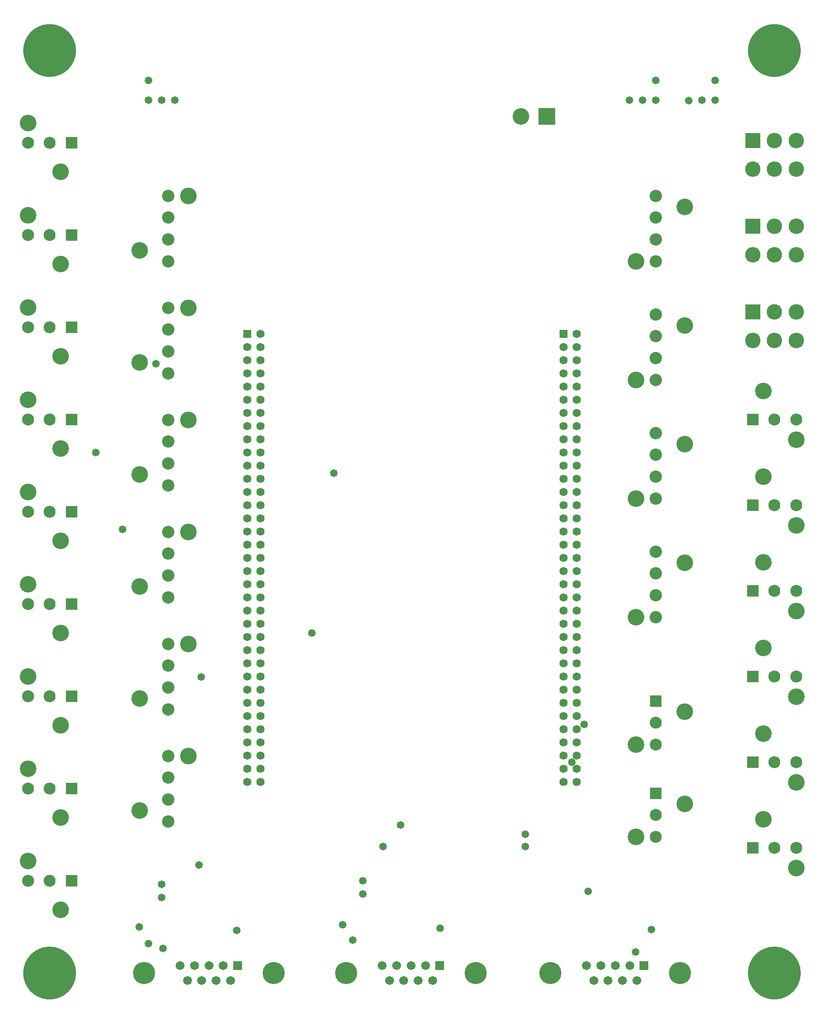
<source format=gbs>
G04*
G04 #@! TF.GenerationSoftware,Altium Limited,Altium Designer,21.9.2 (33)*
G04*
G04 Layer_Color=16711935*
%FSLAX44Y44*%
%MOMM*%
G71*
G04*
G04 #@! TF.SameCoordinates,D0450A9E-FE46-4EA2-B322-C77A40C1B8EA*
G04*
G04*
G04 #@! TF.FilePolarity,Negative*
G04*
G01*
G75*
%ADD32R,1.5932X1.5932*%
%ADD33C,1.5932*%
%ADD34C,2.9782*%
%ADD35R,2.9782X2.9782*%
%ADD36C,3.2032*%
%ADD37R,3.2032X3.2032*%
%ADD38C,10.2032*%
%ADD39C,4.2692*%
%ADD40R,1.7112X1.7112*%
%ADD41C,1.7112*%
%ADD42C,2.3782*%
%ADD43R,2.3032X2.3032*%
%ADD44C,2.3032*%
%ADD45R,2.3032X2.3032*%
%ADD46C,1.4732*%
D32*
X1092200Y1333500D02*
D03*
X482600D02*
D03*
D33*
X1117600D02*
D03*
X1092200Y1308100D02*
D03*
X1117600D02*
D03*
X1092200Y1282700D02*
D03*
X1117600D02*
D03*
X1092200Y1257300D02*
D03*
X1117600D02*
D03*
X1092200Y1231900D02*
D03*
X1117600D02*
D03*
X1092200Y1206500D02*
D03*
X1117600D02*
D03*
X1092200Y1181100D02*
D03*
X1117600D02*
D03*
X1092200Y1155700D02*
D03*
X1117600D02*
D03*
X1092200Y1130300D02*
D03*
X1117600D02*
D03*
X1092200Y1104900D02*
D03*
X1117600D02*
D03*
X1092200Y1079500D02*
D03*
X1117600D02*
D03*
X1092200Y1054100D02*
D03*
X1117600D02*
D03*
X1092200Y1028700D02*
D03*
X1117600D02*
D03*
X1092200Y1003300D02*
D03*
X1117600D02*
D03*
X1092200Y977900D02*
D03*
X1117600D02*
D03*
X1092200Y952500D02*
D03*
X1117600D02*
D03*
X1092200Y927100D02*
D03*
X1117600D02*
D03*
X1092200Y901700D02*
D03*
X1117600D02*
D03*
X1092200Y876300D02*
D03*
X1117600D02*
D03*
X1092200Y850900D02*
D03*
X1117600D02*
D03*
X1092200Y825500D02*
D03*
X1117600D02*
D03*
X1092200Y800100D02*
D03*
X1117600D02*
D03*
X1092200Y774700D02*
D03*
X1117600D02*
D03*
X1092200Y749300D02*
D03*
X1117600D02*
D03*
X1092200Y723900D02*
D03*
X1117600D02*
D03*
X1092200Y698500D02*
D03*
X1117600D02*
D03*
X1092200Y673100D02*
D03*
X1117600D02*
D03*
X1092200Y647700D02*
D03*
X1117600D02*
D03*
X1092200Y622300D02*
D03*
X1117600D02*
D03*
X1092200Y596900D02*
D03*
X1117600D02*
D03*
X1092200Y571500D02*
D03*
X1117600D02*
D03*
X1092200Y546100D02*
D03*
X1117600D02*
D03*
X1092200Y520700D02*
D03*
X1117600D02*
D03*
X1092200Y495300D02*
D03*
X1117600D02*
D03*
X1092200Y469900D02*
D03*
X1117600D02*
D03*
X508000D02*
D03*
X482600D02*
D03*
X508000Y495300D02*
D03*
X482600D02*
D03*
X508000Y520700D02*
D03*
X482600D02*
D03*
X508000Y546100D02*
D03*
X482600D02*
D03*
X508000Y571500D02*
D03*
X482600D02*
D03*
X508000Y596900D02*
D03*
X482600D02*
D03*
X508000Y622300D02*
D03*
X482600D02*
D03*
X508000Y647700D02*
D03*
X482600D02*
D03*
X508000Y673100D02*
D03*
X482600D02*
D03*
X508000Y698500D02*
D03*
X482600D02*
D03*
X508000Y723900D02*
D03*
X482600D02*
D03*
X508000Y749300D02*
D03*
X482600D02*
D03*
X508000Y774700D02*
D03*
X482600D02*
D03*
X508000Y800100D02*
D03*
X482600D02*
D03*
X508000Y825500D02*
D03*
X482600D02*
D03*
X508000Y850900D02*
D03*
X482600D02*
D03*
X508000Y876300D02*
D03*
X482600D02*
D03*
X508000Y901700D02*
D03*
X482600D02*
D03*
X508000Y927100D02*
D03*
X482600D02*
D03*
X508000Y952500D02*
D03*
X482600D02*
D03*
X508000Y977900D02*
D03*
X482600D02*
D03*
X508000Y1003300D02*
D03*
X482600D02*
D03*
X508000Y1028700D02*
D03*
X482600D02*
D03*
X508000Y1054100D02*
D03*
X482600D02*
D03*
X508000Y1079500D02*
D03*
X482600D02*
D03*
X508000Y1104900D02*
D03*
X482600D02*
D03*
X508000Y1130300D02*
D03*
X482600D02*
D03*
X508000Y1155700D02*
D03*
X482600D02*
D03*
X508000Y1181100D02*
D03*
X482600D02*
D03*
X508000Y1206500D02*
D03*
X482600D02*
D03*
X508000Y1231900D02*
D03*
X482600D02*
D03*
X508000Y1257300D02*
D03*
X482600D02*
D03*
X508000Y1282700D02*
D03*
X482600D02*
D03*
X508000Y1308100D02*
D03*
X482600D02*
D03*
X508000Y1333500D02*
D03*
D34*
X1540600Y1651000D02*
D03*
X1498600D02*
D03*
X1456600D02*
D03*
X1498600Y1706000D02*
D03*
X1540600D02*
D03*
X1540600Y1375800D02*
D03*
X1498600D02*
D03*
X1456600Y1320800D02*
D03*
X1498600D02*
D03*
X1540600D02*
D03*
Y1540900D02*
D03*
X1498600D02*
D03*
X1456600Y1485900D02*
D03*
X1498600D02*
D03*
X1540600D02*
D03*
D35*
X1456600Y1706000D02*
D03*
X1456600Y1375800D02*
D03*
Y1540900D02*
D03*
D36*
X1010050Y1752600D02*
D03*
X1231500Y1245100D02*
D03*
X1325500Y1350100D02*
D03*
X1231500Y1473700D02*
D03*
X1325500Y1578700D02*
D03*
X274700Y1494700D02*
D03*
X368700Y1599700D02*
D03*
X1231500Y1016500D02*
D03*
X1325500Y1121500D02*
D03*
X1231500Y787900D02*
D03*
X1325500Y892900D02*
D03*
Y605200D02*
D03*
X1231500Y542200D02*
D03*
Y364400D02*
D03*
X1325500Y427400D02*
D03*
X1477600Y398400D02*
D03*
X1540600Y304400D02*
D03*
X1477600Y563500D02*
D03*
X1540600Y469500D02*
D03*
Y634600D02*
D03*
X1477600Y728600D02*
D03*
Y893700D02*
D03*
X1540600Y799700D02*
D03*
X1477600Y1058800D02*
D03*
X1540600Y964800D02*
D03*
X1477600Y1223900D02*
D03*
X1540600Y1129900D02*
D03*
X59600Y1562500D02*
D03*
X122600Y1468500D02*
D03*
X368700Y520200D02*
D03*
X274700Y415200D02*
D03*
X59600Y673500D02*
D03*
X122600Y579500D02*
D03*
X368700Y1383800D02*
D03*
X274700Y1278800D02*
D03*
X368700Y952000D02*
D03*
X274700Y847000D02*
D03*
X59600Y1384700D02*
D03*
X122600Y1290700D02*
D03*
X59600Y851300D02*
D03*
X122600Y757300D02*
D03*
X59600Y495700D02*
D03*
X122600Y401700D02*
D03*
X59600Y1029100D02*
D03*
X122600Y935100D02*
D03*
X59600Y1740300D02*
D03*
X122600Y1646300D02*
D03*
X59600Y1206900D02*
D03*
X122600Y1112900D02*
D03*
X59600Y317900D02*
D03*
X122600Y223900D02*
D03*
X368700Y736100D02*
D03*
X274700Y631100D02*
D03*
X368700Y1167900D02*
D03*
X274700Y1062900D02*
D03*
D37*
X1060050Y1752600D02*
D03*
D38*
X101600Y1879600D02*
D03*
X1498600D02*
D03*
Y101600D02*
D03*
X101600D02*
D03*
D39*
X1316700D02*
D03*
X1066800D02*
D03*
X533400D02*
D03*
X283500D02*
D03*
X923000D02*
D03*
X673100D02*
D03*
D40*
X1247150Y115800D02*
D03*
X463850D02*
D03*
X853450D02*
D03*
D41*
X1233300Y87400D02*
D03*
X1219450Y115800D02*
D03*
X1205600Y87400D02*
D03*
X1191750Y115800D02*
D03*
X1177900Y87400D02*
D03*
X1164050Y115800D02*
D03*
X1150200Y87400D02*
D03*
X1136350Y115800D02*
D03*
X450000Y87400D02*
D03*
X436150Y115800D02*
D03*
X422300Y87400D02*
D03*
X408450Y115800D02*
D03*
X394600Y87400D02*
D03*
X380750Y115800D02*
D03*
X366900Y87400D02*
D03*
X353050Y115800D02*
D03*
X839600Y87400D02*
D03*
X825750Y115800D02*
D03*
X811900Y87400D02*
D03*
X798050Y115800D02*
D03*
X784200Y87400D02*
D03*
X770350Y115800D02*
D03*
X756500Y87400D02*
D03*
X742650Y115800D02*
D03*
D42*
X1270000Y1245100D02*
D03*
Y1287100D02*
D03*
Y1329100D02*
D03*
Y1371100D02*
D03*
Y1473700D02*
D03*
Y1515700D02*
D03*
Y1557700D02*
D03*
Y1599700D02*
D03*
X330200Y1473700D02*
D03*
Y1515700D02*
D03*
Y1557700D02*
D03*
Y1599700D02*
D03*
X1270000Y1016500D02*
D03*
Y1058500D02*
D03*
Y1100500D02*
D03*
Y1142500D02*
D03*
Y787900D02*
D03*
Y829900D02*
D03*
Y871900D02*
D03*
Y913900D02*
D03*
X330200Y520200D02*
D03*
Y478200D02*
D03*
Y436200D02*
D03*
Y394200D02*
D03*
Y1383800D02*
D03*
Y1341800D02*
D03*
Y1299800D02*
D03*
Y1257800D02*
D03*
Y952000D02*
D03*
Y910000D02*
D03*
Y868000D02*
D03*
Y826000D02*
D03*
Y736100D02*
D03*
Y694100D02*
D03*
Y652100D02*
D03*
Y610100D02*
D03*
Y1167900D02*
D03*
Y1125900D02*
D03*
Y1083900D02*
D03*
Y1041900D02*
D03*
D43*
X1270000Y626200D02*
D03*
Y448400D02*
D03*
D44*
Y584200D02*
D03*
Y542200D02*
D03*
Y364400D02*
D03*
Y406400D02*
D03*
X1498600Y342900D02*
D03*
X1540600D02*
D03*
X1498600Y508000D02*
D03*
X1540600D02*
D03*
Y673100D02*
D03*
X1498600D02*
D03*
Y838200D02*
D03*
X1540600D02*
D03*
X1498600Y1003300D02*
D03*
X1540600D02*
D03*
X1498600Y1168400D02*
D03*
X1540600D02*
D03*
X59600Y1524000D02*
D03*
X101600D02*
D03*
X59600Y635000D02*
D03*
X101600D02*
D03*
X59600Y1346200D02*
D03*
X101600D02*
D03*
X59600Y812800D02*
D03*
X101600D02*
D03*
X59600Y457200D02*
D03*
X101600D02*
D03*
X59600Y990600D02*
D03*
X101600D02*
D03*
X59600Y1701800D02*
D03*
X101600D02*
D03*
X59600Y1168400D02*
D03*
X101600D02*
D03*
X59600Y279400D02*
D03*
X101600D02*
D03*
D45*
X1456600Y342900D02*
D03*
Y508000D02*
D03*
Y673100D02*
D03*
Y838200D02*
D03*
Y1003300D02*
D03*
Y1168400D02*
D03*
X143600Y1524000D02*
D03*
Y635000D02*
D03*
Y1346200D02*
D03*
Y812800D02*
D03*
Y457200D02*
D03*
Y990600D02*
D03*
Y1701800D02*
D03*
Y1168400D02*
D03*
Y279400D02*
D03*
D46*
X190500Y1104900D02*
D03*
X393192Y672338D02*
D03*
X1107948Y508000D02*
D03*
X389128Y309880D02*
D03*
X306578Y1276178D02*
D03*
X607060Y756920D02*
D03*
X1018540Y345440D02*
D03*
X1132078Y581152D02*
D03*
X241808Y956818D02*
D03*
X648970Y1065530D02*
D03*
X319786Y149606D02*
D03*
X744220Y345440D02*
D03*
X778256Y387350D02*
D03*
X1018540Y369062D02*
D03*
X1244600Y1784350D02*
D03*
X1219200D02*
D03*
X342900D02*
D03*
X1333583Y1783388D02*
D03*
X1358900Y1784350D02*
D03*
X1384300D02*
D03*
Y1822450D02*
D03*
X1270000Y1784350D02*
D03*
Y1822450D02*
D03*
X292100D02*
D03*
Y1784350D02*
D03*
X317500D02*
D03*
X704850Y279400D02*
D03*
Y254000D02*
D03*
X685800Y165100D02*
D03*
X317500Y247650D02*
D03*
Y273050D02*
D03*
X292100Y158750D02*
D03*
X274320Y190500D02*
D03*
X665970Y194540D02*
D03*
X461772Y183896D02*
D03*
X853930Y187936D02*
D03*
X1139680Y259080D02*
D03*
X1231120Y142240D02*
D03*
X1261600Y185420D02*
D03*
M02*

</source>
